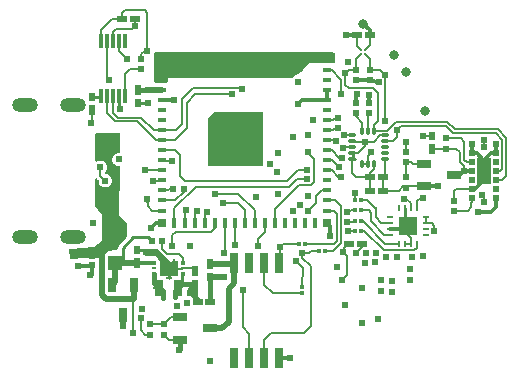
<source format=gtl>
G04 Layer: TopLayer*
G04 Panelize: , Column: 1, Row: 1, Board Size: 43.14mm x 33.02mm, Panelized Board Size: 43.14mm x 33.02mm*
G04 EasyEDA v6.5.47, 2024-10-29 22:54:22*
G04 42380360e6cd4aec933f52dd5ad820ca,9a4ed40c0dd746429eaf55b84663d2fb,10*
G04 Gerber Generator version 0.2*
G04 Scale: 100 percent, Rotated: No, Reflected: No *
G04 Dimensions in millimeters *
G04 leading zeros omitted , absolute positions ,4 integer and 5 decimal *
%FSLAX45Y45*%
%MOMM*%

%AMMACRO1*21,1,$1,$2,0,0,$3*%
%AMMACRO2*4,1,4,-0.2,0.4001,0.2,0.4001,0.2,-0.4001,-0.2,-0.4001,-0.2,0.4001,0*%
%AMMACRO3*4,1,4,-0.1999,0.4001,0.1999,0.4001,0.1999,-0.4001,-0.1999,-0.4001,-0.1999,0.4001,0*%
%ADD10C,0.4530*%
%ADD11C,0.1600*%
%ADD12C,0.2000*%
%ADD13C,0.2616*%
%ADD14C,0.5000*%
%ADD15C,0.3000*%
%ADD16C,0.3130*%
%ADD17C,0.2620*%
%ADD18C,0.4648*%
%ADD19C,0.2960*%
%ADD20C,0.2110*%
%ADD21C,0.4150*%
%ADD22C,0.5680*%
%ADD23R,1.1999X1.1999*%
%ADD24R,0.4001X0.3251*%
%ADD25R,0.4001X0.1999*%
%ADD26R,1.5999X1.2700*%
%ADD27R,0.7501X1.4501*%
%ADD28R,0.2499X0.2499*%
%ADD29R,0.2250X0.2499*%
%ADD30R,0.4999X0.2101*%
%ADD31MACRO1,0.54X0.7901X90.0000*%
%ADD32R,1.2500X0.7000*%
%ADD33MACRO1,0.54X0.5656X0.0000*%
%ADD34R,0.5400X0.5657*%
%ADD35R,1.2000X1.2000*%
%ADD36MACRO1,0.54X0.7901X0.0000*%
%ADD37R,0.5400X0.7901*%
%ADD38R,0.7112X1.7406*%
%ADD39MACRO1,0.54X0.5656X-90.0000*%
%ADD40R,0.7000X1.2500*%
%ADD41MACRO1,0.324X0.3031X-90.0000*%
%ADD42R,0.6000X0.5000*%
%ADD43R,0.3000X1.3000*%
%ADD44MACRO1,0.54X0.7901X-90.0000*%
%ADD45R,0.2500X0.6000*%
%ADD46R,0.6000X0.2500*%
%ADD47R,1.5000X1.5000*%
%ADD48MACRO1,0.324X0.3031X0.0000*%
%ADD49R,0.3240X0.3031*%
%ADD50O,0.7999984X0.2800096*%
%ADD51O,0.2800096X0.7999984*%
%ADD52R,0.8001X0.8001*%
%ADD53MACRO2*%
%ADD54MACRO3*%
%ADD55R,0.8001X0.4001*%
%ADD56R,0.5000X0.5000*%
%ADD57R,1.2000X2.3160*%
%ADD58O,2.1999956000000003X1.1999976*%
%ADD59C,0.8000*%
%ADD60C,0.6096*%
%ADD61C,0.6200*%
%ADD62C,0.0183*%

%LPD*%
G36*
X-459435Y1491538D02*
G01*
X-463296Y1492250D01*
X-466598Y1494434D01*
X-468833Y1497685D01*
X-469646Y1501597D01*
X-471271Y1660347D01*
X-470306Y1665833D01*
X-470306Y1737868D01*
X-469544Y1741728D01*
X-467309Y1745030D01*
X-464007Y1747266D01*
X-460146Y1748028D01*
X1048359Y1748028D01*
X1052271Y1747266D01*
X1055522Y1745030D01*
X1057757Y1741728D01*
X1058519Y1737868D01*
X1058519Y1668627D01*
X1057757Y1664766D01*
X1055573Y1661464D01*
X1052322Y1659280D01*
X1048512Y1658467D01*
X839114Y1655825D01*
X837184Y1654962D01*
X793140Y1596034D01*
X790549Y1593596D01*
X732586Y1555699D01*
X729640Y1554378D01*
X726541Y1553565D01*
X717651Y1549400D01*
X709625Y1543812D01*
X701802Y1535887D01*
X699363Y1534007D01*
X696722Y1532788D01*
X693826Y1532331D01*
X-120243Y1531315D01*
X-355955Y1529283D01*
X-356971Y1528318D01*
X-356311Y1502562D01*
X-356971Y1498600D01*
X-359156Y1495247D01*
X-362458Y1492961D01*
X-366369Y1492148D01*
G37*

%LPD*%
G36*
X-3759Y787349D02*
G01*
X-7670Y788111D01*
X-10922Y790295D01*
X-13157Y793597D01*
X-13919Y797509D01*
X-13919Y1181912D01*
X-13157Y1185824D01*
X-10922Y1189075D01*
X41503Y1241552D01*
X44805Y1243787D01*
X48717Y1244549D01*
X444550Y1244549D01*
X448462Y1243787D01*
X451713Y1241552D01*
X453948Y1238250D01*
X454710Y1234389D01*
X454710Y797509D01*
X453948Y793597D01*
X451713Y790295D01*
X448462Y788111D01*
X444550Y787349D01*
G37*

%LPD*%
G36*
X-1174445Y1219D02*
G01*
X-1178356Y1828D01*
X-1181760Y3860D01*
X-1184097Y7112D01*
X-1185011Y10972D01*
X-1187551Y76504D01*
X-1186942Y80365D01*
X-1184960Y83718D01*
X-1181862Y86055D01*
X-1178102Y87020D01*
X-978611Y100787D01*
X-977239Y101142D01*
X-913536Y150774D01*
X-912469Y152552D01*
X-910590Y371652D01*
X-910945Y373126D01*
X-966978Y448665D01*
X-968451Y451510D01*
X-969010Y454710D01*
X-969010Y671474D01*
X-968197Y675487D01*
X-965860Y678840D01*
X-962406Y680974D01*
X-958342Y681583D01*
X-954379Y680567D01*
X-950163Y676910D01*
X-943406Y670153D01*
X-941019Y666445D01*
X-939647Y651865D01*
X-937107Y642416D01*
X-932942Y633476D01*
X-927303Y625449D01*
X-920394Y618490D01*
X-912317Y612851D01*
X-903427Y608736D01*
X-893927Y606196D01*
X-884123Y605332D01*
X-874369Y606196D01*
X-864869Y608736D01*
X-855980Y612851D01*
X-847902Y618490D01*
X-840994Y625449D01*
X-835355Y633476D01*
X-831189Y642416D01*
X-828649Y651865D01*
X-827786Y661670D01*
X-828649Y671474D01*
X-831189Y680923D01*
X-835355Y689864D01*
X-840994Y697890D01*
X-847902Y704850D01*
X-855980Y710488D01*
X-864869Y714603D01*
X-874369Y717143D01*
X-879856Y717651D01*
X-883462Y718667D01*
X-886460Y720902D01*
X-888441Y724103D01*
X-889152Y728776D01*
X-888390Y732688D01*
X-886155Y735990D01*
X-881887Y740257D01*
X-876249Y748284D01*
X-872083Y757224D01*
X-869543Y766673D01*
X-868680Y776478D01*
X-869543Y786282D01*
X-872083Y795731D01*
X-876249Y804672D01*
X-881887Y812698D01*
X-888796Y819658D01*
X-896874Y825296D01*
X-905764Y829411D01*
X-915263Y831951D01*
X-925017Y832815D01*
X-934821Y831951D01*
X-944321Y829411D01*
X-953211Y825296D01*
X-957275Y823671D01*
X-961644Y823925D01*
X-965504Y825957D01*
X-968146Y829411D01*
X-969060Y833678D01*
X-969111Y1036116D01*
X-969365Y1056182D01*
X-968603Y1060145D01*
X-966419Y1063498D01*
X-963066Y1065682D01*
X-959103Y1066444D01*
X-767080Y1064869D01*
X-763168Y1064056D01*
X-759917Y1061821D01*
X-757732Y1058519D01*
X-757021Y1054608D01*
X-757275Y1031900D01*
X-757021Y1030681D01*
X-758291Y908913D01*
X-759002Y905256D01*
X-761034Y902055D01*
X-764032Y899871D01*
X-767638Y898906D01*
X-778916Y897991D01*
X-788365Y895451D01*
X-797255Y891336D01*
X-805332Y885698D01*
X-812241Y878738D01*
X-817880Y870712D01*
X-822045Y861771D01*
X-824585Y852322D01*
X-825449Y842518D01*
X-824585Y832713D01*
X-822045Y823264D01*
X-817880Y814324D01*
X-812241Y806297D01*
X-805332Y799338D01*
X-797255Y793699D01*
X-788365Y789584D01*
X-778865Y787044D01*
X-768959Y786180D01*
X-765352Y785114D01*
X-762355Y782878D01*
X-760374Y779627D01*
X-759714Y775919D01*
X-763981Y369062D01*
X-763524Y367436D01*
X-702208Y293065D01*
X-700430Y289864D01*
X-699922Y286207D01*
X-704037Y185572D01*
X-704900Y181914D01*
X-707034Y178816D01*
X-763016Y122834D01*
X-768146Y116535D01*
X-771753Y109829D01*
X-773988Y102514D01*
X-775157Y97231D01*
X-777392Y94284D01*
X-778510Y93573D01*
X-781050Y79857D01*
X-782269Y76555D01*
X-784453Y73914D01*
X-787450Y72136D01*
X-790905Y71526D01*
X-858570Y70510D01*
X-859282Y63398D01*
X-860399Y59690D01*
X-862787Y56692D01*
X-866089Y54813D01*
X-872845Y52476D01*
X-877722Y49428D01*
X-881786Y45313D01*
X-884885Y40436D01*
X-886764Y34950D01*
X-887476Y28702D01*
X-888746Y24892D01*
X-891336Y21793D01*
X-894943Y20015D01*
X-951585Y4724D01*
X-954430Y4368D01*
X-1053744Y6350D01*
G37*

%LPD*%
G36*
X217271Y1226108D02*
G01*
X157276Y1166114D01*
X157276Y1106119D01*
X277266Y1106119D01*
X277266Y1226108D01*
G37*
D10*
X-90901Y-357301D02*
G01*
X-156298Y-291904D01*
X-168907Y-291904D01*
X6682Y-367698D02*
G01*
X4904Y-149258D01*
X-102207Y-367799D02*
G01*
X-123593Y-346412D01*
X-123593Y-210218D01*
D11*
X997028Y494377D02*
G01*
X1062306Y494377D01*
X1110566Y446117D01*
X1110566Y132681D01*
X1046050Y68165D01*
X974422Y68165D01*
D12*
X212702Y113987D02*
G01*
X211914Y114774D01*
X211914Y304388D01*
D11*
X595505Y103802D02*
G01*
X620095Y128391D01*
X668083Y128391D01*
X755855Y128391D01*
X594601Y-37800D02*
G01*
X594601Y102897D01*
X595505Y103802D01*
X594601Y102897D01*
X594601Y96319D01*
X594601Y103576D01*
X804242Y128363D02*
G01*
X1054686Y128363D01*
X1077546Y151223D01*
X1077546Y383633D01*
X1051892Y409287D01*
X997028Y409287D01*
X997028Y749393D02*
G01*
X1032334Y749393D01*
X1090500Y691227D01*
X1108280Y691227D01*
X997028Y1174335D02*
G01*
X1045288Y1174335D01*
X1059512Y1188559D01*
X1088722Y1188559D01*
X997005Y1089314D02*
G01*
X1043998Y1089306D01*
X1066187Y1111496D01*
X1087198Y1111496D01*
X1134950Y1052415D02*
G01*
X1142748Y1044618D01*
X1201879Y1044618D01*
X1127686Y935702D02*
G01*
X1136599Y944615D01*
X1201882Y944615D01*
X997005Y1004326D02*
G01*
X1069494Y1004326D01*
X1069494Y995088D01*
X997005Y919340D02*
G01*
X1032751Y919345D01*
X1096810Y855286D01*
X1116586Y855286D01*
X997005Y834321D02*
G01*
X1034971Y834321D01*
X1093802Y775489D01*
X1093802Y774590D01*
D12*
X552020Y304385D02*
G01*
X552020Y419955D01*
X754204Y622139D01*
X854788Y622139D01*
X881966Y649317D01*
X881966Y844135D01*
X830150Y896205D01*
X830150Y903317D01*
D11*
X-403019Y579213D02*
G01*
X-353235Y579467D01*
X-343329Y589373D01*
X-307515Y589373D01*
X-25803Y392701D02*
G01*
X-43004Y375500D01*
X-43004Y304325D01*
X-127985Y304337D02*
G01*
X-127985Y384119D01*
X-106499Y405604D01*
X-213001Y304337D02*
G01*
X-213001Y395089D01*
X-196796Y411294D01*
X-298119Y303877D02*
G01*
X-298119Y430575D01*
X-118000Y610707D01*
X674720Y610707D01*
X742617Y678604D01*
X825604Y678604D01*
X-403019Y494377D02*
G01*
X-291513Y494377D01*
X-218615Y567275D01*
X-218615Y592421D01*
D13*
X1213436Y894681D02*
G01*
X1213436Y842865D01*
X1228676Y842865D01*
D11*
X2508328Y1011521D02*
G01*
X2508328Y1026761D01*
X2437462Y1097627D01*
X2074242Y1097627D01*
X2010742Y1161127D01*
X1581228Y1161127D01*
X1504774Y1084673D01*
X1391998Y1084673D01*
X1481914Y994757D02*
G01*
X1550240Y994757D01*
X1588340Y1032603D01*
X1588340Y1088991D01*
D12*
X1201882Y994620D02*
G01*
X1203802Y992700D01*
X1313690Y992700D01*
X-649805Y-624288D02*
G01*
X-649805Y-338996D01*
X-403019Y409287D02*
G01*
X-486331Y409287D01*
X-524431Y447387D01*
X-526463Y507331D01*
D14*
X4808Y-149308D02*
G01*
X4909Y-149410D01*
X124792Y-149410D01*
X78Y-588932D02*
G01*
X101424Y-588932D01*
X159590Y-530766D01*
X159590Y-256700D01*
X208104Y-208186D01*
X208104Y-38006D01*
D12*
X-507669Y-642015D02*
G01*
X-545683Y-642015D01*
X-581403Y-606295D01*
X-581403Y-502495D01*
X-389100Y-641179D02*
G01*
X-346387Y-683892D01*
X-249763Y-683892D01*
X-389100Y-554616D02*
G01*
X-328391Y-493908D01*
X-282059Y-493908D01*
X-507591Y-555505D02*
G01*
X-506702Y-554616D01*
X-389102Y-554616D01*
D11*
X281002Y-260764D02*
G01*
X281002Y-576994D01*
X337136Y-632874D01*
X337136Y-845472D01*
D14*
X208206Y-37879D02*
G01*
X205793Y-40292D01*
X4803Y-40292D01*
D11*
X785700Y52163D02*
G01*
X785700Y8729D01*
X854026Y-59596D01*
X854026Y-569374D01*
X797638Y-625762D01*
X520270Y-625762D01*
X462104Y-683928D01*
X462104Y-836836D01*
X783414Y-289720D02*
G01*
X532462Y-289720D01*
X462104Y-219616D01*
X462104Y-37752D01*
D15*
X1356438Y1514695D02*
G01*
X1361236Y1509897D01*
X1393197Y1509897D01*
X1409697Y1493398D01*
X1431897Y1493398D01*
D11*
X1391998Y1084673D02*
G01*
X1391998Y1131663D01*
X1425018Y1164937D01*
X1425018Y1406237D01*
X1385902Y1445607D01*
X1177622Y1445607D01*
X1148412Y1474817D01*
X1148412Y1573369D01*
X1176606Y1601563D01*
X1236550Y1601563D01*
D12*
X1467589Y689551D02*
G01*
X1481889Y703851D01*
X1481889Y844618D01*
X1465658Y572355D02*
G01*
X1467690Y689449D01*
X1341965Y804511D02*
G01*
X1341704Y870554D01*
X1368300Y897150D01*
X1368300Y907788D01*
X1358470Y689449D02*
G01*
X1240106Y691481D01*
X1202006Y729835D01*
X1202006Y844643D01*
X1886028Y1042763D02*
G01*
X1806780Y1042763D01*
X1702894Y129125D02*
G01*
X1701878Y178401D01*
X1677748Y202277D01*
X1677748Y278985D01*
D11*
X1286588Y129887D02*
G01*
X1286588Y96867D01*
X1236042Y46321D01*
X1128092Y55973D02*
G01*
X1163906Y20159D01*
X1163906Y-134018D01*
X1116916Y-181008D01*
X1177592Y129908D02*
G01*
X1127998Y80314D01*
X1127998Y56100D01*
X1277698Y411065D02*
G01*
X1345516Y411065D01*
X1365074Y391507D01*
X1365074Y316831D01*
X1477596Y204309D01*
X1527634Y204309D01*
X1752678Y428337D02*
G01*
X1752678Y488281D01*
X1772490Y508093D01*
X1806780Y511903D01*
X1702625Y429092D02*
G01*
X1702625Y470870D01*
X1664995Y508500D01*
X1644906Y508500D01*
X1496486Y71912D02*
G01*
X1732452Y71912D01*
D12*
X1202004Y894684D02*
G01*
X1255857Y894684D01*
X1313690Y952517D01*
X1313690Y992700D01*
D11*
X1229339Y410966D02*
G01*
X1196660Y410966D01*
X1179893Y394200D01*
X1165506Y394200D01*
X1661746Y902809D02*
G01*
X1659206Y991201D01*
D15*
X1815736Y614494D02*
G01*
X1930796Y614494D01*
X2153996Y746399D02*
G01*
X2117087Y709490D01*
X2065672Y709490D01*
X2427556Y519015D02*
G01*
X2427556Y442561D01*
X2384376Y399635D01*
X2273632Y399635D01*
D11*
X2004392Y933543D02*
G01*
X2087704Y933543D01*
X2115898Y905349D01*
X2115898Y820259D01*
X2153998Y782159D01*
X2153998Y746345D01*
X1732452Y71912D02*
G01*
X1752805Y92262D01*
X1752805Y129092D01*
X2217498Y593945D02*
G01*
X2087958Y593945D01*
X2067384Y573371D01*
X2067384Y493107D01*
X2067384Y406493D02*
G01*
X2183970Y406493D01*
X2215720Y438243D01*
X2217465Y518972D02*
G01*
X2215779Y438147D01*
X1815746Y804486D02*
G01*
X1718812Y804486D01*
X1707078Y816218D01*
X1661698Y816218D01*
X1663778Y689449D02*
G01*
X1661746Y816195D01*
D12*
X1465653Y572861D02*
G01*
X1599463Y572861D01*
X1641096Y614494D01*
X1815746Y614494D01*
D11*
X1602818Y129125D02*
G01*
X1486486Y129125D01*
X1297510Y318101D01*
X1278460Y318101D01*
X1404444Y435703D02*
G01*
X1404444Y351375D01*
X1451180Y304385D01*
X1527634Y304385D01*
X1279222Y239107D02*
G01*
X1308940Y239107D01*
X1476072Y71975D01*
X1496392Y71975D01*
X1494751Y204271D02*
G01*
X1527520Y204271D01*
D12*
X1652770Y129087D02*
G01*
X1652770Y128295D01*
X1702777Y129095D01*
D11*
X1827740Y304355D02*
G01*
X1878291Y304355D01*
X1903199Y279450D01*
X1903199Y232503D01*
D16*
X1527606Y254284D02*
G01*
X1652846Y254284D01*
X1677624Y279082D01*
D17*
X1677624Y279082D02*
G01*
X1652597Y304078D01*
X1652597Y429094D01*
D11*
X1827618Y354284D02*
G01*
X1827618Y304302D01*
X1280947Y497070D02*
G01*
X1332936Y497070D01*
X1401894Y428106D01*
X1886028Y933797D02*
G01*
X2004392Y933543D01*
X1588340Y1088991D02*
G01*
X1622376Y1123027D01*
X1999566Y1123027D01*
X2060526Y1062067D01*
X2422222Y1062067D01*
X2476832Y1007457D01*
X2476832Y759807D01*
X2461084Y744059D01*
X2427556Y744059D01*
X2217470Y818967D02*
G01*
X2177127Y818967D01*
X2156998Y839096D01*
X2156998Y989995D01*
X2126912Y1020081D01*
X2004291Y1020081D01*
D12*
X-866780Y1847103D02*
G01*
X-866780Y1526794D01*
X-853488Y1513502D01*
D11*
X-866823Y1378297D02*
G01*
X-866823Y1233771D01*
X-798243Y1165191D01*
X-615871Y1165191D01*
X-454835Y1004409D01*
X-291005Y1004409D01*
X-190421Y1104739D01*
X-190421Y1322163D01*
X-120825Y1391759D01*
X187784Y1391759D01*
X-332407Y1089245D02*
G01*
X-281099Y1089245D01*
X-232585Y1138013D01*
X-232585Y1353405D01*
X-137843Y1448147D01*
X269826Y1448147D01*
X277954Y1440019D01*
D14*
X-829383Y-221241D02*
G01*
X-801618Y-193476D01*
X-801618Y-30716D01*
X-618995Y-34958D02*
G01*
X-623237Y-30716D01*
X-801621Y-30716D01*
D12*
X42014Y304337D02*
G01*
X41394Y258003D01*
X14097Y230698D01*
X-288594Y230698D01*
X-318589Y200705D01*
X-318589Y107993D01*
D17*
X-766767Y1377104D02*
G01*
X-766767Y1273771D01*
X-758111Y1265115D01*
X-992883Y1367172D02*
G01*
X-926693Y1367172D01*
X-916762Y1377104D01*
D18*
X-523669Y1429453D02*
G01*
X-524073Y1429857D01*
X-606976Y1429857D01*
D19*
X-520113Y1319979D02*
G01*
X-521004Y1320871D01*
X-606976Y1320871D01*
D20*
X-716760Y1377104D02*
G01*
X-716760Y1563773D01*
X-675896Y1604637D01*
X-578004Y1604637D01*
D12*
X-766780Y1847103D02*
G01*
X-766780Y1758569D01*
X-698700Y1690489D01*
X-578025Y1691225D02*
G01*
X-578025Y1734151D01*
X-548053Y1764123D01*
X-526463Y1764123D01*
X-631111Y1972657D02*
G01*
X-631111Y1972657D01*
X-631111Y2030061D01*
X-816785Y1847181D02*
G01*
X-816785Y1924397D01*
X-793417Y1947765D01*
X-656003Y1947765D01*
X-631111Y1972657D01*
X-740331Y2030061D02*
G01*
X-740331Y2083909D01*
X-714169Y2109817D01*
X-551609Y2109817D01*
X-526463Y2084671D01*
X-526463Y1764123D01*
X-916861Y1847181D02*
G01*
X-916861Y1939129D01*
X-825675Y2030061D01*
X-740331Y2030061D01*
D11*
X-402996Y1089314D02*
G01*
X-288719Y1089314D01*
D15*
X-304975Y1344007D02*
G01*
X-403019Y1344261D01*
D11*
X1318265Y1731548D02*
G01*
X1356441Y1693372D01*
X1356441Y1601271D01*
X1278285Y1731548D02*
G01*
X1236553Y1689816D01*
X1236553Y1601525D01*
X1278285Y1771528D02*
G01*
X1248303Y1801510D01*
X1248303Y1893945D01*
X1318265Y1771528D02*
G01*
X1357320Y1810583D01*
X1357320Y1893945D01*
X1341884Y1084623D02*
G01*
X1341884Y1223332D01*
X1352359Y1233807D01*
X1303393Y804585D02*
G01*
X1303446Y804638D01*
X1341884Y804638D01*
X1356438Y1601307D02*
G01*
X1440667Y1601307D01*
X1486486Y1555488D01*
X1486489Y1555485D01*
X1486489Y1170122D01*
D12*
X-884171Y661662D02*
G01*
X-925070Y702561D01*
X-925070Y720846D01*
X-925070Y776475D01*
D14*
X-734387Y-471177D02*
G01*
X-734387Y-567623D01*
X-734113Y-567900D01*
D11*
X1230096Y318023D02*
G01*
X1225882Y313809D01*
X1165202Y313809D01*
X1230866Y239034D02*
G01*
X1228831Y236999D01*
X1170586Y236999D01*
X-403019Y664303D02*
G01*
X-406118Y661205D01*
X-478203Y661205D01*
X-403019Y749393D02*
G01*
X-545259Y748377D01*
D12*
X381988Y304325D02*
G01*
X381988Y411767D01*
X243268Y550486D01*
X47398Y550486D01*
X297007Y304325D02*
G01*
X297007Y414309D01*
X241170Y470146D01*
X113286Y470146D01*
D11*
X-816785Y1377027D02*
G01*
X-816785Y1237581D01*
X-775383Y1196433D01*
X-581835Y1196433D01*
X-474901Y1089245D01*
X-403019Y1089245D01*
X-402993Y834321D02*
G01*
X-401530Y832858D01*
X-318767Y832858D01*
X1114808Y1399786D02*
G01*
X1114808Y1518584D01*
X1034115Y1599277D01*
X997031Y1599277D01*
X1232639Y497070D02*
G01*
X1232689Y497121D01*
X1232689Y553788D01*
X1291922Y1084673D02*
G01*
X1291922Y1150967D01*
X1235280Y1207609D01*
X1235280Y1232501D01*
D15*
X1300612Y1991888D02*
G01*
X1357320Y1935180D01*
X1357320Y1893945D01*
X997000Y1429318D02*
G01*
X997000Y1344330D01*
X997005Y1344330D02*
G01*
X784016Y1344330D01*
X749302Y1309616D01*
X1236550Y1514949D02*
G01*
X1356438Y1514695D01*
X1247726Y1391759D02*
G01*
X1235270Y1379303D01*
X1235270Y1319126D01*
X1248234Y1893917D02*
G01*
X1157556Y1892139D01*
D12*
X1358470Y689449D02*
G01*
X1356438Y572355D01*
X1481902Y1044608D02*
G01*
X1445166Y1044608D01*
X1393256Y992700D01*
X1313690Y992700D01*
D15*
X-997965Y-52196D02*
G01*
X-1002017Y-56248D01*
X-1117856Y-56248D01*
X-997884Y-52230D02*
G01*
X-999162Y-137068D01*
X-1000841Y-135389D01*
X-1013711Y-135389D01*
X-495297Y261612D02*
G01*
X-452584Y304325D01*
X-402993Y304325D01*
D11*
X825908Y756607D02*
G01*
X748710Y756607D01*
X651837Y659734D01*
X-403019Y919319D02*
G01*
X-292275Y919319D01*
X-250111Y877409D01*
X-250111Y700879D01*
X-209217Y659731D01*
X651842Y659731D01*
D12*
X1391879Y804631D02*
G01*
X1391879Y763483D01*
X1354581Y726186D01*
X1358574Y722193D01*
X1358574Y689564D01*
D15*
X997005Y304325D02*
G01*
X1021793Y279539D01*
X1021793Y189603D01*
X1352359Y1320380D02*
G01*
X1346964Y1325775D01*
X1346964Y1389118D01*
D14*
X-523669Y1429351D02*
G01*
X-403019Y1429351D01*
D11*
X2322469Y1008959D02*
G01*
X2322469Y944585D01*
X2321384Y943500D01*
X2322469Y478962D02*
G01*
X2322469Y529336D01*
X2308202Y543603D01*
D15*
X2217460Y743958D02*
G01*
X2215019Y746396D01*
X2153998Y746396D01*
D11*
X2427437Y668873D02*
G01*
X2478001Y668873D01*
X2508387Y699254D01*
X2508387Y1011425D01*
D15*
X2427450Y968961D02*
G01*
X2427450Y893958D01*
X2217465Y593958D02*
G01*
X2250071Y594360D01*
X2321956Y666244D01*
X2321956Y742939D01*
X2217465Y968961D02*
G01*
X2217465Y893958D01*
X2217465Y893958D02*
G01*
X2260488Y893574D01*
X2318148Y835913D01*
X2318148Y817869D01*
X2427450Y893958D02*
G01*
X2385456Y895601D01*
X2318148Y828294D01*
X2318148Y817869D01*
D12*
X127081Y304388D02*
G01*
X127081Y50566D01*
X125402Y48887D01*
X-992883Y1258155D02*
G01*
X-992883Y1161034D01*
X-1001778Y1152136D01*
D15*
X589193Y-836924D02*
G01*
X590908Y-835210D01*
X680392Y-835210D01*
D11*
X926238Y68092D02*
G01*
X861001Y68092D01*
X845101Y52189D01*
X785700Y52189D01*
X832792Y402302D02*
G01*
X903902Y473412D01*
X903902Y536120D01*
X946988Y579211D01*
X997031Y579211D01*
X783414Y-241460D02*
G01*
X788240Y-77884D01*
X731344Y-17432D01*
D12*
X466930Y304388D02*
G01*
X466930Y226661D01*
X408891Y168622D01*
X408891Y104995D01*
D14*
X-639493Y-221140D02*
G01*
X-639493Y-338996D01*
X-876221Y-338996D01*
X-911019Y-304198D01*
X-911019Y62831D01*
X-618995Y-34958D02*
G01*
X-618919Y-34958D01*
D21*
X-467989Y-126911D02*
G01*
X-467989Y-205701D01*
X-425495Y-248196D01*
X-270504Y-248196D02*
G01*
X-232514Y-210205D01*
X-123591Y-210205D01*
X-123593Y-210205D02*
G01*
X-168907Y-255516D01*
X-168907Y-291904D01*
X-270504Y-248196D02*
G01*
X-296796Y-274480D01*
X-296796Y-325000D01*
X-425495Y-248196D02*
G01*
X-399206Y-274485D01*
X-399206Y-333209D01*
X-256199Y-773399D02*
G01*
X-249781Y-766980D01*
X-249781Y-683902D01*
D17*
X-296999Y-44406D02*
G01*
X-308226Y-44406D01*
X-347903Y-84084D01*
X-347901Y-84081D02*
G01*
X-347901Y-158097D01*
X-397913Y-8084D02*
G01*
X-347901Y-58097D01*
X-347901Y-84081D01*
D22*
X-536394Y55796D02*
G01*
X-452996Y55796D01*
X-412196Y14998D01*
X-412183Y6898D01*
X-347901Y-84081D02*
G01*
X-347901Y-49298D01*
X-412198Y14998D01*
D17*
X-138518Y-116111D02*
G01*
X-123591Y-101188D01*
X-487591Y151208D02*
G01*
X-520583Y184200D01*
X-646498Y184200D01*
X-735792Y94907D01*
X-735792Y-30716D01*
X-536399Y55798D02*
G01*
X-554659Y74058D01*
X-618995Y74058D01*
D11*
X-227911Y-80601D02*
G01*
X-231391Y-84081D01*
X-347901Y-84081D01*
X-227911Y-80601D02*
G01*
X-144178Y-80601D01*
X-123591Y-101188D01*
D17*
X-227911Y-126804D02*
G01*
X-232514Y-131406D01*
X-232514Y-210205D01*
D15*
X-468043Y-34958D02*
G01*
X-618919Y-34958D01*
D11*
X-400987Y151223D02*
G01*
X-400987Y85691D01*
X-358569Y43273D01*
X-263827Y43273D01*
X-228013Y7459D01*
X-228013Y-34450D01*
D23*
G01*
X52250Y1011953D03*
G01*
X52250Y846955D03*
G01*
X217248Y846955D03*
G01*
X382247Y846955D03*
G01*
X382247Y1011953D03*
G01*
X382247Y1176952D03*
G01*
X217248Y1176952D03*
G01*
X217248Y1011953D03*
D24*
G01*
X-467890Y-34297D03*
D25*
G01*
X-467890Y-80601D03*
D24*
G01*
X-467890Y-126804D03*
G01*
X-227911Y-126804D03*
D25*
G01*
X-227911Y-80601D03*
D24*
G01*
X-227911Y-34297D03*
D26*
G01*
X-347901Y-84081D03*
D27*
G01*
X-270405Y-248089D03*
G01*
X-425396Y-248089D03*
D28*
G01*
X-475409Y-248089D03*
D29*
G01*
X-399107Y-333103D03*
G01*
X-296694Y-333103D03*
D28*
G01*
X-297888Y-8084D03*
G01*
X-397913Y-8084D03*
D30*
G01*
X-347901Y-158097D03*
D31*
G01*
X6807Y-367799D03*
G01*
X-102204Y-367799D03*
D32*
G01*
X180Y-588906D03*
G01*
X-249781Y-683902D03*
G01*
X-249781Y-493910D03*
D33*
G01*
X-389100Y-554615D03*
D34*
G01*
X-389100Y-641179D03*
D33*
G01*
X-507598Y-642082D03*
D34*
G01*
X-507591Y-555505D03*
D35*
G01*
X-801621Y289196D03*
G01*
X-801621Y-30792D03*
D36*
G01*
X4800Y-40294D03*
D37*
G01*
X4803Y-149308D03*
D38*
G01*
X208206Y-836937D03*
G01*
X335206Y-836937D03*
G01*
X462206Y-836937D03*
G01*
X589206Y-836937D03*
G01*
X589206Y-37879D03*
G01*
X462206Y-37879D03*
G01*
X335206Y-37879D03*
G01*
X208206Y-37879D03*
D39*
G01*
X-487582Y151198D03*
G01*
X-401016Y151198D03*
D40*
G01*
X-734387Y-471177D03*
G01*
X-829383Y-221241D03*
G01*
X-639391Y-221241D03*
D41*
G01*
X1230937Y239107D03*
G01*
X1279248Y239107D03*
G01*
X1230175Y318101D03*
G01*
X1278486Y318101D03*
G01*
X1229413Y411065D03*
G01*
X1277724Y411065D03*
G01*
X1232715Y497171D03*
G01*
X1281026Y497171D03*
D36*
G01*
X-992886Y1258166D03*
D37*
G01*
X-992883Y1367172D03*
D33*
G01*
X-1117854Y30328D03*
D34*
G01*
X-1117851Y-56243D03*
D36*
G01*
X-123598Y-101193D03*
D37*
G01*
X-123593Y-210218D03*
D36*
G01*
X-618997Y-34947D03*
D37*
G01*
X-618995Y74058D03*
D42*
G01*
X-997963Y-52204D03*
G01*
X-997963Y27805D03*
D43*
G01*
X-916759Y1377104D03*
G01*
X-866772Y1377104D03*
G01*
X-816785Y1377104D03*
G01*
X-766772Y1377104D03*
G01*
X-716760Y1377104D03*
G01*
X-716785Y1847080D03*
G01*
X-766772Y1847080D03*
G01*
X-816759Y1847080D03*
G01*
X-866772Y1847080D03*
G01*
X-916785Y1847080D03*
D44*
G01*
X1248305Y1893945D03*
G01*
X1357317Y1893945D03*
D36*
G01*
X-606978Y1429870D03*
D37*
G01*
X-606981Y1320868D03*
D45*
G01*
X1602767Y129100D03*
G01*
X1652780Y129100D03*
G01*
X1702767Y129100D03*
G01*
X1752780Y129100D03*
D46*
G01*
X1827608Y204284D03*
G01*
X1827608Y254297D03*
G01*
X1827608Y304284D03*
G01*
X1827608Y354296D03*
D45*
G01*
X1752627Y429099D03*
G01*
X1702615Y429099D03*
G01*
X1652628Y429099D03*
G01*
X1602767Y429099D03*
D46*
G01*
X1527609Y354296D03*
G01*
X1527609Y304284D03*
G01*
X1527609Y254297D03*
G01*
X1527609Y204284D03*
D47*
G01*
X1677621Y279087D03*
D33*
G01*
X-578022Y1691189D03*
D34*
G01*
X-578025Y1604611D03*
D31*
G01*
X1467589Y689564D03*
G01*
X1358577Y689564D03*
D33*
G01*
X1235268Y1232548D03*
D34*
G01*
X1235280Y1319115D03*
D33*
G01*
X1352362Y1233818D03*
D34*
G01*
X1352374Y1320385D03*
D31*
G01*
X1465557Y572470D03*
G01*
X1356545Y572470D03*
D41*
G01*
X926241Y68099D03*
G01*
X974552Y68099D03*
G01*
X755843Y128399D03*
G01*
X804153Y128399D03*
D48*
G01*
X783297Y-289653D03*
D49*
G01*
X783287Y-241333D03*
D50*
G01*
X1481889Y844618D03*
G01*
X1481889Y894631D03*
G01*
X1481889Y944618D03*
G01*
X1481889Y994630D03*
G01*
X1481889Y1044618D03*
D51*
G01*
X1391871Y1084623D03*
G01*
X1341884Y1084623D03*
G01*
X1291871Y1084623D03*
D50*
G01*
X1201879Y1044618D03*
G01*
X1201879Y994630D03*
G01*
X1201879Y944618D03*
G01*
X1201879Y894631D03*
G01*
X1201879Y844618D03*
D51*
G01*
X1291871Y804638D03*
G01*
X1341884Y804638D03*
G01*
X1391871Y804638D03*
D52*
G01*
X-402993Y1704306D03*
D53*
G01*
X-298000Y1704319D03*
G01*
X-212986Y1704319D03*
G01*
X-127998Y1704319D03*
G01*
X-42984Y1704319D03*
G01*
X42003Y1704319D03*
D54*
G01*
X127005Y1704319D03*
D53*
G01*
X212006Y1704319D03*
G01*
X382008Y1704319D03*
D54*
G01*
X297007Y1704319D03*
G01*
X467009Y1704319D03*
D53*
G01*
X552010Y1704319D03*
G01*
X636998Y1704319D03*
G01*
X722012Y1704319D03*
G01*
X807001Y1704319D03*
G01*
X892014Y1704319D03*
D52*
G01*
X997003Y1704306D03*
D55*
G01*
X997003Y1599303D03*
G01*
X997003Y1514314D03*
G01*
X997003Y1429326D03*
G01*
X997003Y1344312D03*
G01*
X997003Y1259298D03*
G01*
X997003Y1174310D03*
G01*
X997003Y1089296D03*
G01*
X997003Y1004333D03*
G01*
X997003Y919319D03*
G01*
X997003Y834306D03*
G01*
X997003Y749317D03*
G01*
X997003Y664303D03*
G01*
X997003Y579315D03*
G01*
X997003Y494301D03*
G01*
X997003Y409313D03*
D52*
G01*
X997003Y304309D03*
D53*
G01*
X892014Y304322D03*
G01*
X807001Y304322D03*
G01*
X722012Y304322D03*
G01*
X636998Y304322D03*
G01*
X552010Y304322D03*
D54*
G01*
X467009Y304322D03*
D53*
G01*
X382008Y304322D03*
D54*
G01*
X297007Y304322D03*
D53*
G01*
X212006Y304322D03*
D54*
G01*
X127005Y304322D03*
D53*
G01*
X42003Y304322D03*
G01*
X-42984Y304322D03*
G01*
X-127998Y304322D03*
G01*
X-212986Y304322D03*
G01*
X-298000Y304322D03*
D52*
G01*
X-402993Y304309D03*
D55*
G01*
X-402993Y409313D03*
G01*
X-402993Y494301D03*
G01*
X-402993Y579315D03*
G01*
X-402993Y664303D03*
G01*
X-402993Y749317D03*
G01*
X-402993Y834306D03*
G01*
X-402993Y919319D03*
G01*
X-402993Y1004333D03*
G01*
X-402993Y1089296D03*
G01*
X-402993Y1174310D03*
G01*
X-402993Y1259298D03*
G01*
X-402993Y1344312D03*
G01*
X-402993Y1429326D03*
G01*
X-402993Y1599303D03*
G01*
X-402993Y1514314D03*
D12*
G01*
X1318262Y1771515D03*
G01*
X1318262Y1731535D03*
G01*
X1278282Y1771515D03*
G01*
X1278282Y1731535D03*
D33*
G01*
X1236553Y1514961D03*
D34*
G01*
X1236550Y1601538D03*
D33*
G01*
X1356441Y1514707D03*
D34*
G01*
X1356438Y1601284D03*
D44*
G01*
X-740224Y2030176D03*
G01*
X-631212Y2030176D03*
D56*
G01*
X2217473Y518965D03*
G01*
X2217473Y593971D03*
G01*
X2217473Y668952D03*
G01*
X2217473Y743958D03*
G01*
X2217473Y818964D03*
G01*
X2217473Y893970D03*
G01*
X2217473Y968951D03*
G01*
X2322476Y478960D03*
D57*
G01*
X2322476Y743958D03*
D56*
G01*
X2322476Y1008956D03*
G01*
X2427455Y518965D03*
G01*
X2427455Y593971D03*
G01*
X2427455Y668952D03*
G01*
X2427455Y743958D03*
G01*
X2427455Y818964D03*
G01*
X2427455Y893970D03*
G01*
X2427455Y968951D03*
D32*
G01*
X2065657Y709490D03*
G01*
X1815721Y614494D03*
G01*
X1815721Y804486D03*
D44*
G01*
X1177592Y129900D03*
G01*
X1286603Y129900D03*
D33*
G01*
X1661695Y816215D03*
D34*
G01*
X1661695Y902784D03*
D33*
G01*
X2067295Y492982D03*
D34*
G01*
X2067283Y406417D03*
D33*
G01*
X2004296Y1020080D03*
D34*
G01*
X2004291Y933518D03*
D33*
G01*
X1663796Y689479D03*
D34*
G01*
X1663804Y602912D03*
D36*
G01*
X1886097Y933691D03*
D37*
G01*
X1886104Y1042713D03*
D58*
G01*
X-1160447Y181907D03*
G01*
X-1560446Y181907D03*
G01*
X-1160447Y1305882D03*
G01*
X-1560446Y1305882D03*
D59*
G01*
X1562254Y1730265D03*
G01*
X1300609Y1991885D03*
G01*
X1823900Y1249697D03*
G01*
X1661695Y1582234D03*
D60*
G01*
X-520113Y1319979D03*
G01*
X1903199Y232503D03*
G01*
X-526463Y1764225D03*
G01*
X-758111Y1265115D03*
G01*
X-523669Y1429453D03*
G01*
X277954Y1440121D03*
G01*
X187784Y1391861D03*
G01*
X-299641Y1599379D03*
G01*
X-304975Y1344109D03*
G01*
X-853488Y1513502D03*
G01*
X-698700Y1690489D03*
G01*
X-631111Y1972657D03*
G01*
X-1001773Y1152136D03*
G01*
X1114808Y1399786D03*
G01*
X1486486Y1170119D03*
G01*
X1588264Y1088890D03*
G01*
X1806907Y511802D03*
G01*
X-925065Y776470D03*
G01*
X-884171Y661662D03*
G01*
X47398Y550486D03*
G01*
X113286Y470146D03*
G01*
X-910333Y433824D03*
G01*
X-907539Y1011674D03*
G01*
X-734108Y-567900D03*
G01*
X-649805Y-624288D03*
G01*
X-273606Y-398711D03*
G01*
X212702Y113987D03*
G01*
X125402Y48887D03*
G01*
X-192300Y-371406D03*
G01*
X408891Y104995D03*
G01*
X731395Y-17406D03*
G01*
X832792Y402302D03*
G01*
X281104Y-260713D03*
G01*
X-25803Y392701D03*
G01*
X1116840Y-181109D03*
G01*
X1127991Y56100D03*
G01*
X1232689Y553788D03*
G01*
X1165506Y394200D03*
G01*
X1165202Y313809D03*
G01*
X-545335Y748276D03*
G01*
X-478203Y661205D03*
G01*
X-218691Y592320D03*
G01*
X-307591Y589272D03*
G01*
X825604Y678604D03*
G01*
X767692Y455998D03*
G01*
X574296Y731512D03*
G01*
X706198Y401388D03*
G01*
X514682Y805781D03*
G01*
X825908Y756607D03*
G01*
X-318767Y832858D03*
G01*
X2308202Y543603D03*
G01*
X2321384Y943500D03*
G01*
X2153998Y746396D03*
G01*
X1108204Y691202D03*
G01*
X1093802Y774590D03*
G01*
X1116586Y855286D03*
G01*
X1069494Y995088D03*
G01*
X1088697Y1188585D03*
G01*
X1087198Y1111496D03*
G01*
X140972Y1076952D03*
G01*
X134114Y931410D03*
G01*
X300230Y1080508D03*
G01*
X296674Y931410D03*
G01*
X1148336Y1573268D03*
G01*
X1486486Y1555488D03*
G01*
X745797Y1500598D03*
G01*
X706630Y1032756D03*
G01*
X392940Y526534D03*
G01*
X749302Y1309616D03*
G01*
X1431902Y1493385D03*
G01*
X1247726Y1391759D03*
G01*
X1157556Y1892139D03*
G01*
X1313690Y992700D03*
G01*
X874499Y1173599D03*
G01*
X2318133Y817872D03*
G01*
X2273708Y399610D03*
G01*
X1677621Y279087D03*
G01*
X1235991Y46194D03*
G01*
X-989073Y302252D03*
G01*
X-1013711Y-135389D03*
G01*
X-769109Y842510D03*
G01*
X-495297Y261612D03*
G01*
X612Y-867011D03*
G01*
X830099Y903292D03*
G01*
X1368300Y907788D03*
G01*
X1078994Y-70619D03*
G01*
X1452628Y-267977D03*
G01*
X1021793Y189603D03*
G01*
X2321943Y742942D03*
G01*
X2323238Y667504D03*
G01*
X1346964Y1389118D03*
G01*
X1170586Y236999D03*
G01*
X1314198Y-32519D03*
G01*
X1402844Y-30233D03*
G01*
X1452882Y-181617D03*
G01*
X1543052Y-183649D03*
G01*
X1696468Y-178061D03*
G01*
X1694436Y-88653D03*
G01*
X1541274Y-280423D03*
G01*
X1425450Y-505213D03*
G01*
X1148158Y-394114D03*
G01*
X1290652Y-543974D03*
G01*
X1290652Y-244000D03*
G01*
X785700Y52189D03*
G01*
X595505Y103802D03*
G01*
X-168907Y-291904D03*
G01*
X-318589Y107993D03*
D61*
G01*
X-536394Y55796D03*
G01*
X-571192Y-420301D03*
D60*
G01*
X680392Y-835210D03*
G01*
X1930783Y614494D03*
G01*
X574499Y896993D03*
G01*
X830988Y529506D03*
G01*
X834011Y1049393D03*
G01*
X580189Y551400D03*
G01*
X1659206Y991201D03*
G01*
X1644906Y508500D03*
G01*
X1807491Y21887D03*
G01*
X1711505Y14394D03*
G01*
X1587908Y16197D03*
G01*
X1492201Y16502D03*
G01*
X1410591Y48607D03*
G01*
X1322402Y47998D03*
G01*
X1806907Y1042789D03*
G01*
X1169088Y1668289D03*
D61*
G01*
X-581403Y-502495D03*
D60*
G01*
X124792Y-149410D03*
G01*
X-526488Y507306D03*
G01*
X-196796Y411294D03*
G01*
X-106499Y405604D03*
G01*
X1127686Y935702D03*
G01*
X1134950Y1052415D03*
D61*
G01*
X-256207Y-773412D03*
G01*
X-164386Y108907D03*
G01*
X-296999Y-44406D03*
G01*
X-295805Y-120302D03*
M02*

</source>
